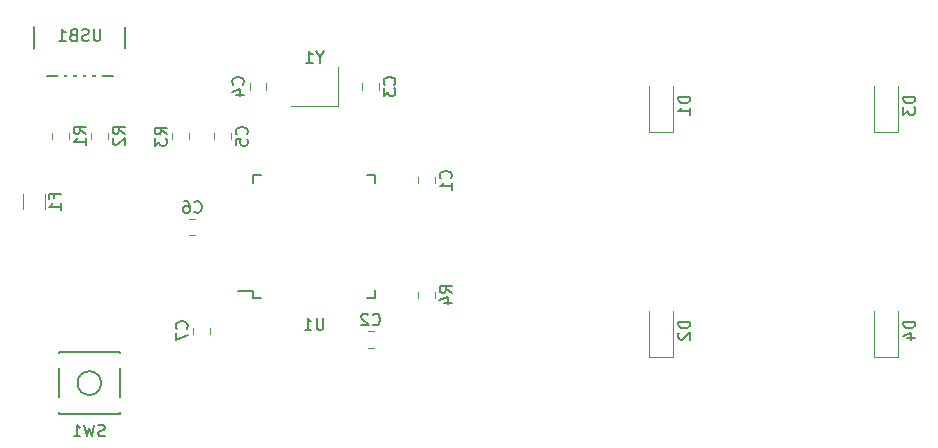
<source format=gbo>
G04 #@! TF.GenerationSoftware,KiCad,Pcbnew,(5.1.6)-1*
G04 #@! TF.CreationDate,2020-06-20T22:30:41-04:00*
G04 #@! TF.ProjectId,first-keep-pcb,66697273-742d-46b6-9565-702d7063622e,rev?*
G04 #@! TF.SameCoordinates,Original*
G04 #@! TF.FileFunction,Legend,Bot*
G04 #@! TF.FilePolarity,Positive*
%FSLAX46Y46*%
G04 Gerber Fmt 4.6, Leading zero omitted, Abs format (unit mm)*
G04 Created by KiCad (PCBNEW (5.1.6)-1) date 2020-06-20 22:30:41*
%MOMM*%
%LPD*%
G01*
G04 APERTURE LIST*
%ADD10C,0.120000*%
%ADD11C,0.150000*%
%ADD12R,1.500000X1.300000*%
%ADD13O,1.800000X2.800000*%
%ADD14R,0.600000X2.350000*%
%ADD15R,0.650000X1.600000*%
%ADD16R,1.600000X0.650000*%
%ADD17R,1.900000X1.200000*%
%ADD18C,1.850000*%
%ADD19C,2.350000*%
%ADD20C,4.087800*%
%ADD21R,1.300000X1.000000*%
G04 APERTURE END LIST*
D10*
G04 #@! TO.C,Y1*
X106775000Y-65818750D02*
X106775000Y-69118750D01*
X106775000Y-69118750D02*
X102775000Y-69118750D01*
D11*
G04 #@! TO.C,USB1*
X81081250Y-66568750D02*
X88781250Y-66568750D01*
X88781250Y-61118750D02*
X88781250Y-66568750D01*
X81081250Y-61118750D02*
X81081250Y-66568750D01*
G04 #@! TO.C,U1*
X99600000Y-85343750D02*
X99600000Y-84768750D01*
X109950000Y-85343750D02*
X109950000Y-84668750D01*
X109950000Y-74993750D02*
X109950000Y-75668750D01*
X99600000Y-74993750D02*
X99600000Y-75668750D01*
X99600000Y-85343750D02*
X100275000Y-85343750D01*
X99600000Y-74993750D02*
X100275000Y-74993750D01*
X109950000Y-74993750D02*
X109275000Y-74993750D01*
X109950000Y-85343750D02*
X109275000Y-85343750D01*
X99600000Y-84768750D02*
X98325000Y-84768750D01*
G04 #@! TO.C,SW1*
X86725000Y-92583000D02*
G75*
G03*
X86725000Y-92583000I-1000000J0D01*
G01*
X88325000Y-95183000D02*
X88325000Y-89983000D01*
X83125000Y-95183000D02*
X88325000Y-95183000D01*
X83125000Y-89983000D02*
X83125000Y-95183000D01*
X88325000Y-89983000D02*
X83125000Y-89983000D01*
D10*
G04 #@! TO.C,R4*
X115010000Y-85348578D02*
X115010000Y-84831422D01*
X113590000Y-85348578D02*
X113590000Y-84831422D01*
G04 #@! TO.C,R3*
X92762000Y-71432922D02*
X92762000Y-71950078D01*
X94182000Y-71432922D02*
X94182000Y-71950078D01*
G04 #@! TO.C,R2*
X87324000Y-71886578D02*
X87324000Y-71369422D01*
X85904000Y-71886578D02*
X85904000Y-71369422D01*
G04 #@! TO.C,R1*
X84022000Y-71886578D02*
X84022000Y-71369422D01*
X82602000Y-71886578D02*
X82602000Y-71369422D01*
G04 #@! TO.C,F1*
X81936000Y-77818064D02*
X81936000Y-76613936D01*
X80116000Y-77818064D02*
X80116000Y-76613936D01*
G04 #@! TO.C,D4*
X154193750Y-90356250D02*
X152193750Y-90356250D01*
X152193750Y-90356250D02*
X152193750Y-86456250D01*
X154193750Y-90356250D02*
X154193750Y-86456250D01*
G04 #@! TO.C,D3*
X154193750Y-71306250D02*
X152193750Y-71306250D01*
X152193750Y-71306250D02*
X152193750Y-67406250D01*
X154193750Y-71306250D02*
X154193750Y-67406250D01*
G04 #@! TO.C,D2*
X135143750Y-90356250D02*
X133143750Y-90356250D01*
X133143750Y-90356250D02*
X133143750Y-86456250D01*
X135143750Y-90356250D02*
X135143750Y-86456250D01*
G04 #@! TO.C,D1*
X135143750Y-71306250D02*
X133143750Y-71306250D01*
X133143750Y-71306250D02*
X133143750Y-67406250D01*
X135143750Y-71306250D02*
X135143750Y-67406250D01*
G04 #@! TO.C,C7*
X94540000Y-87879422D02*
X94540000Y-88396578D01*
X95960000Y-87879422D02*
X95960000Y-88396578D01*
G04 #@! TO.C,C6*
X94714828Y-78665000D02*
X94197672Y-78665000D01*
X94714828Y-80085000D02*
X94197672Y-80085000D01*
G04 #@! TO.C,C5*
X97738000Y-71950078D02*
X97738000Y-71432922D01*
X96318000Y-71950078D02*
X96318000Y-71432922D01*
G04 #@! TO.C,C4*
X99302500Y-67210172D02*
X99302500Y-67727328D01*
X100722500Y-67210172D02*
X100722500Y-67727328D01*
G04 #@! TO.C,C3*
X110247500Y-67727328D02*
X110247500Y-67210172D01*
X108827500Y-67727328D02*
X108827500Y-67210172D01*
G04 #@! TO.C,C2*
X109796078Y-88190000D02*
X109278922Y-88190000D01*
X109796078Y-89610000D02*
X109278922Y-89610000D01*
G04 #@! TO.C,C1*
X115010000Y-75664828D02*
X115010000Y-75147672D01*
X113590000Y-75664828D02*
X113590000Y-75147672D01*
G04 #@! TO.C,Y1*
D11*
X105251190Y-64994940D02*
X105251190Y-65471130D01*
X105584523Y-64471130D02*
X105251190Y-64994940D01*
X104917857Y-64471130D01*
X104060714Y-65471130D02*
X104632142Y-65471130D01*
X104346428Y-65471130D02*
X104346428Y-64471130D01*
X104441666Y-64613988D01*
X104536904Y-64709226D01*
X104632142Y-64756845D01*
G04 #@! TO.C,USB1*
X86669345Y-62603130D02*
X86669345Y-63412654D01*
X86621726Y-63507892D01*
X86574107Y-63555511D01*
X86478869Y-63603130D01*
X86288392Y-63603130D01*
X86193154Y-63555511D01*
X86145535Y-63507892D01*
X86097916Y-63412654D01*
X86097916Y-62603130D01*
X85669345Y-63555511D02*
X85526488Y-63603130D01*
X85288392Y-63603130D01*
X85193154Y-63555511D01*
X85145535Y-63507892D01*
X85097916Y-63412654D01*
X85097916Y-63317416D01*
X85145535Y-63222178D01*
X85193154Y-63174559D01*
X85288392Y-63126940D01*
X85478869Y-63079321D01*
X85574107Y-63031702D01*
X85621726Y-62984083D01*
X85669345Y-62888845D01*
X85669345Y-62793607D01*
X85621726Y-62698369D01*
X85574107Y-62650750D01*
X85478869Y-62603130D01*
X85240773Y-62603130D01*
X85097916Y-62650750D01*
X84336011Y-63079321D02*
X84193154Y-63126940D01*
X84145535Y-63174559D01*
X84097916Y-63269797D01*
X84097916Y-63412654D01*
X84145535Y-63507892D01*
X84193154Y-63555511D01*
X84288392Y-63603130D01*
X84669345Y-63603130D01*
X84669345Y-62603130D01*
X84336011Y-62603130D01*
X84240773Y-62650750D01*
X84193154Y-62698369D01*
X84145535Y-62793607D01*
X84145535Y-62888845D01*
X84193154Y-62984083D01*
X84240773Y-63031702D01*
X84336011Y-63079321D01*
X84669345Y-63079321D01*
X83145535Y-63603130D02*
X83716964Y-63603130D01*
X83431250Y-63603130D02*
X83431250Y-62603130D01*
X83526488Y-62745988D01*
X83621726Y-62841226D01*
X83716964Y-62888845D01*
G04 #@! TO.C,U1*
X105536904Y-87071130D02*
X105536904Y-87880654D01*
X105489285Y-87975892D01*
X105441666Y-88023511D01*
X105346428Y-88071130D01*
X105155952Y-88071130D01*
X105060714Y-88023511D01*
X105013095Y-87975892D01*
X104965476Y-87880654D01*
X104965476Y-87071130D01*
X103965476Y-88071130D02*
X104536904Y-88071130D01*
X104251190Y-88071130D02*
X104251190Y-87071130D01*
X104346428Y-87213988D01*
X104441666Y-87309226D01*
X104536904Y-87356845D01*
G04 #@! TO.C,SW1*
X87058333Y-97051761D02*
X86915476Y-97099380D01*
X86677380Y-97099380D01*
X86582142Y-97051761D01*
X86534523Y-97004142D01*
X86486904Y-96908904D01*
X86486904Y-96813666D01*
X86534523Y-96718428D01*
X86582142Y-96670809D01*
X86677380Y-96623190D01*
X86867857Y-96575571D01*
X86963095Y-96527952D01*
X87010714Y-96480333D01*
X87058333Y-96385095D01*
X87058333Y-96289857D01*
X87010714Y-96194619D01*
X86963095Y-96147000D01*
X86867857Y-96099380D01*
X86629761Y-96099380D01*
X86486904Y-96147000D01*
X86153571Y-96099380D02*
X85915476Y-97099380D01*
X85725000Y-96385095D01*
X85534523Y-97099380D01*
X85296428Y-96099380D01*
X84391666Y-97099380D02*
X84963095Y-97099380D01*
X84677380Y-97099380D02*
X84677380Y-96099380D01*
X84772619Y-96242238D01*
X84867857Y-96337476D01*
X84963095Y-96385095D01*
G04 #@! TO.C,R4*
X116402380Y-84923333D02*
X115926190Y-84590000D01*
X116402380Y-84351904D02*
X115402380Y-84351904D01*
X115402380Y-84732857D01*
X115450000Y-84828095D01*
X115497619Y-84875714D01*
X115592857Y-84923333D01*
X115735714Y-84923333D01*
X115830952Y-84875714D01*
X115878571Y-84828095D01*
X115926190Y-84732857D01*
X115926190Y-84351904D01*
X115735714Y-85780476D02*
X116402380Y-85780476D01*
X115354761Y-85542380D02*
X116069047Y-85304285D01*
X116069047Y-85923333D01*
G04 #@! TO.C,R3*
X92274380Y-71524833D02*
X91798190Y-71191500D01*
X92274380Y-70953404D02*
X91274380Y-70953404D01*
X91274380Y-71334357D01*
X91322000Y-71429595D01*
X91369619Y-71477214D01*
X91464857Y-71524833D01*
X91607714Y-71524833D01*
X91702952Y-71477214D01*
X91750571Y-71429595D01*
X91798190Y-71334357D01*
X91798190Y-70953404D01*
X91274380Y-71858166D02*
X91274380Y-72477214D01*
X91655333Y-72143880D01*
X91655333Y-72286738D01*
X91702952Y-72381976D01*
X91750571Y-72429595D01*
X91845809Y-72477214D01*
X92083904Y-72477214D01*
X92179142Y-72429595D01*
X92226761Y-72381976D01*
X92274380Y-72286738D01*
X92274380Y-72001023D01*
X92226761Y-71905785D01*
X92179142Y-71858166D01*
G04 #@! TO.C,R2*
X88716380Y-71461333D02*
X88240190Y-71128000D01*
X88716380Y-70889904D02*
X87716380Y-70889904D01*
X87716380Y-71270857D01*
X87764000Y-71366095D01*
X87811619Y-71413714D01*
X87906857Y-71461333D01*
X88049714Y-71461333D01*
X88144952Y-71413714D01*
X88192571Y-71366095D01*
X88240190Y-71270857D01*
X88240190Y-70889904D01*
X87811619Y-71842285D02*
X87764000Y-71889904D01*
X87716380Y-71985142D01*
X87716380Y-72223238D01*
X87764000Y-72318476D01*
X87811619Y-72366095D01*
X87906857Y-72413714D01*
X88002095Y-72413714D01*
X88144952Y-72366095D01*
X88716380Y-71794666D01*
X88716380Y-72413714D01*
G04 #@! TO.C,R1*
X85414380Y-71461333D02*
X84938190Y-71128000D01*
X85414380Y-70889904D02*
X84414380Y-70889904D01*
X84414380Y-71270857D01*
X84462000Y-71366095D01*
X84509619Y-71413714D01*
X84604857Y-71461333D01*
X84747714Y-71461333D01*
X84842952Y-71413714D01*
X84890571Y-71366095D01*
X84938190Y-71270857D01*
X84938190Y-70889904D01*
X85414380Y-72413714D02*
X85414380Y-71842285D01*
X85414380Y-72128000D02*
X84414380Y-72128000D01*
X84557238Y-72032761D01*
X84652476Y-71937523D01*
X84700095Y-71842285D01*
G04 #@! TO.C,F1*
X82774571Y-76882666D02*
X82774571Y-76549333D01*
X83298380Y-76549333D02*
X82298380Y-76549333D01*
X82298380Y-77025523D01*
X83298380Y-77930285D02*
X83298380Y-77358857D01*
X83298380Y-77644571D02*
X82298380Y-77644571D01*
X82441238Y-77549333D01*
X82536476Y-77454095D01*
X82584095Y-77358857D01*
G04 #@! TO.C,D4*
X155646130Y-87368154D02*
X154646130Y-87368154D01*
X154646130Y-87606250D01*
X154693750Y-87749107D01*
X154788988Y-87844345D01*
X154884226Y-87891964D01*
X155074702Y-87939583D01*
X155217559Y-87939583D01*
X155408035Y-87891964D01*
X155503273Y-87844345D01*
X155598511Y-87749107D01*
X155646130Y-87606250D01*
X155646130Y-87368154D01*
X154979464Y-88796726D02*
X155646130Y-88796726D01*
X154598511Y-88558630D02*
X155312797Y-88320535D01*
X155312797Y-88939583D01*
G04 #@! TO.C,D3*
X155646130Y-68318154D02*
X154646130Y-68318154D01*
X154646130Y-68556250D01*
X154693750Y-68699107D01*
X154788988Y-68794345D01*
X154884226Y-68841964D01*
X155074702Y-68889583D01*
X155217559Y-68889583D01*
X155408035Y-68841964D01*
X155503273Y-68794345D01*
X155598511Y-68699107D01*
X155646130Y-68556250D01*
X155646130Y-68318154D01*
X154646130Y-69222916D02*
X154646130Y-69841964D01*
X155027083Y-69508630D01*
X155027083Y-69651488D01*
X155074702Y-69746726D01*
X155122321Y-69794345D01*
X155217559Y-69841964D01*
X155455654Y-69841964D01*
X155550892Y-69794345D01*
X155598511Y-69746726D01*
X155646130Y-69651488D01*
X155646130Y-69365773D01*
X155598511Y-69270535D01*
X155550892Y-69222916D01*
G04 #@! TO.C,D2*
X136596130Y-87368154D02*
X135596130Y-87368154D01*
X135596130Y-87606250D01*
X135643750Y-87749107D01*
X135738988Y-87844345D01*
X135834226Y-87891964D01*
X136024702Y-87939583D01*
X136167559Y-87939583D01*
X136358035Y-87891964D01*
X136453273Y-87844345D01*
X136548511Y-87749107D01*
X136596130Y-87606250D01*
X136596130Y-87368154D01*
X135691369Y-88320535D02*
X135643750Y-88368154D01*
X135596130Y-88463392D01*
X135596130Y-88701488D01*
X135643750Y-88796726D01*
X135691369Y-88844345D01*
X135786607Y-88891964D01*
X135881845Y-88891964D01*
X136024702Y-88844345D01*
X136596130Y-88272916D01*
X136596130Y-88891964D01*
G04 #@! TO.C,D1*
X136596130Y-68318154D02*
X135596130Y-68318154D01*
X135596130Y-68556250D01*
X135643750Y-68699107D01*
X135738988Y-68794345D01*
X135834226Y-68841964D01*
X136024702Y-68889583D01*
X136167559Y-68889583D01*
X136358035Y-68841964D01*
X136453273Y-68794345D01*
X136548511Y-68699107D01*
X136596130Y-68556250D01*
X136596130Y-68318154D01*
X136596130Y-69841964D02*
X136596130Y-69270535D01*
X136596130Y-69556250D02*
X135596130Y-69556250D01*
X135738988Y-69461011D01*
X135834226Y-69365773D01*
X135881845Y-69270535D01*
G04 #@! TO.C,C7*
X93957142Y-87971333D02*
X94004761Y-87923714D01*
X94052380Y-87780857D01*
X94052380Y-87685619D01*
X94004761Y-87542761D01*
X93909523Y-87447523D01*
X93814285Y-87399904D01*
X93623809Y-87352285D01*
X93480952Y-87352285D01*
X93290476Y-87399904D01*
X93195238Y-87447523D01*
X93100000Y-87542761D01*
X93052380Y-87685619D01*
X93052380Y-87780857D01*
X93100000Y-87923714D01*
X93147619Y-87971333D01*
X93052380Y-88304666D02*
X93052380Y-88971333D01*
X94052380Y-88542761D01*
G04 #@! TO.C,C6*
X94622916Y-78082142D02*
X94670535Y-78129761D01*
X94813392Y-78177380D01*
X94908630Y-78177380D01*
X95051488Y-78129761D01*
X95146726Y-78034523D01*
X95194345Y-77939285D01*
X95241964Y-77748809D01*
X95241964Y-77605952D01*
X95194345Y-77415476D01*
X95146726Y-77320238D01*
X95051488Y-77225000D01*
X94908630Y-77177380D01*
X94813392Y-77177380D01*
X94670535Y-77225000D01*
X94622916Y-77272619D01*
X93765773Y-77177380D02*
X93956250Y-77177380D01*
X94051488Y-77225000D01*
X94099107Y-77272619D01*
X94194345Y-77415476D01*
X94241964Y-77605952D01*
X94241964Y-77986904D01*
X94194345Y-78082142D01*
X94146726Y-78129761D01*
X94051488Y-78177380D01*
X93861011Y-78177380D01*
X93765773Y-78129761D01*
X93718154Y-78082142D01*
X93670535Y-77986904D01*
X93670535Y-77748809D01*
X93718154Y-77653571D01*
X93765773Y-77605952D01*
X93861011Y-77558333D01*
X94051488Y-77558333D01*
X94146726Y-77605952D01*
X94194345Y-77653571D01*
X94241964Y-77748809D01*
G04 #@! TO.C,C5*
X99035142Y-71524833D02*
X99082761Y-71477214D01*
X99130380Y-71334357D01*
X99130380Y-71239119D01*
X99082761Y-71096261D01*
X98987523Y-71001023D01*
X98892285Y-70953404D01*
X98701809Y-70905785D01*
X98558952Y-70905785D01*
X98368476Y-70953404D01*
X98273238Y-71001023D01*
X98178000Y-71096261D01*
X98130380Y-71239119D01*
X98130380Y-71334357D01*
X98178000Y-71477214D01*
X98225619Y-71524833D01*
X98130380Y-72429595D02*
X98130380Y-71953404D01*
X98606571Y-71905785D01*
X98558952Y-71953404D01*
X98511333Y-72048642D01*
X98511333Y-72286738D01*
X98558952Y-72381976D01*
X98606571Y-72429595D01*
X98701809Y-72477214D01*
X98939904Y-72477214D01*
X99035142Y-72429595D01*
X99082761Y-72381976D01*
X99130380Y-72286738D01*
X99130380Y-72048642D01*
X99082761Y-71953404D01*
X99035142Y-71905785D01*
G04 #@! TO.C,C4*
X98719642Y-67302083D02*
X98767261Y-67254464D01*
X98814880Y-67111607D01*
X98814880Y-67016369D01*
X98767261Y-66873511D01*
X98672023Y-66778273D01*
X98576785Y-66730654D01*
X98386309Y-66683035D01*
X98243452Y-66683035D01*
X98052976Y-66730654D01*
X97957738Y-66778273D01*
X97862500Y-66873511D01*
X97814880Y-67016369D01*
X97814880Y-67111607D01*
X97862500Y-67254464D01*
X97910119Y-67302083D01*
X98148214Y-68159226D02*
X98814880Y-68159226D01*
X97767261Y-67921130D02*
X98481547Y-67683035D01*
X98481547Y-68302083D01*
G04 #@! TO.C,C3*
X111544642Y-67302083D02*
X111592261Y-67254464D01*
X111639880Y-67111607D01*
X111639880Y-67016369D01*
X111592261Y-66873511D01*
X111497023Y-66778273D01*
X111401785Y-66730654D01*
X111211309Y-66683035D01*
X111068452Y-66683035D01*
X110877976Y-66730654D01*
X110782738Y-66778273D01*
X110687500Y-66873511D01*
X110639880Y-67016369D01*
X110639880Y-67111607D01*
X110687500Y-67254464D01*
X110735119Y-67302083D01*
X110639880Y-67635416D02*
X110639880Y-68254464D01*
X111020833Y-67921130D01*
X111020833Y-68063988D01*
X111068452Y-68159226D01*
X111116071Y-68206845D01*
X111211309Y-68254464D01*
X111449404Y-68254464D01*
X111544642Y-68206845D01*
X111592261Y-68159226D01*
X111639880Y-68063988D01*
X111639880Y-67778273D01*
X111592261Y-67683035D01*
X111544642Y-67635416D01*
G04 #@! TO.C,C2*
X109704166Y-87607142D02*
X109751785Y-87654761D01*
X109894642Y-87702380D01*
X109989880Y-87702380D01*
X110132738Y-87654761D01*
X110227976Y-87559523D01*
X110275595Y-87464285D01*
X110323214Y-87273809D01*
X110323214Y-87130952D01*
X110275595Y-86940476D01*
X110227976Y-86845238D01*
X110132738Y-86750000D01*
X109989880Y-86702380D01*
X109894642Y-86702380D01*
X109751785Y-86750000D01*
X109704166Y-86797619D01*
X109323214Y-86797619D02*
X109275595Y-86750000D01*
X109180357Y-86702380D01*
X108942261Y-86702380D01*
X108847023Y-86750000D01*
X108799404Y-86797619D01*
X108751785Y-86892857D01*
X108751785Y-86988095D01*
X108799404Y-87130952D01*
X109370833Y-87702380D01*
X108751785Y-87702380D01*
G04 #@! TO.C,C1*
X116307142Y-75239583D02*
X116354761Y-75191964D01*
X116402380Y-75049107D01*
X116402380Y-74953869D01*
X116354761Y-74811011D01*
X116259523Y-74715773D01*
X116164285Y-74668154D01*
X115973809Y-74620535D01*
X115830952Y-74620535D01*
X115640476Y-74668154D01*
X115545238Y-74715773D01*
X115450000Y-74811011D01*
X115402380Y-74953869D01*
X115402380Y-75049107D01*
X115450000Y-75191964D01*
X115497619Y-75239583D01*
X116402380Y-76191964D02*
X116402380Y-75620535D01*
X116402380Y-75906250D02*
X115402380Y-75906250D01*
X115545238Y-75811011D01*
X115640476Y-75715773D01*
X115688095Y-75620535D01*
G04 #@! TD*
%LPC*%
D12*
G04 #@! TO.C,Y1*
X105875000Y-66618750D03*
X103675000Y-66618750D03*
X103675000Y-68318750D03*
X105875000Y-68318750D03*
G04 #@! TD*
D13*
G04 #@! TO.C,USB1*
X81281250Y-61118750D03*
X88581250Y-61118750D03*
X88581250Y-65618750D03*
X81281250Y-65618750D03*
D14*
X83331250Y-65618750D03*
X84131250Y-65618750D03*
X84931250Y-65618750D03*
X85731250Y-65618750D03*
X86531250Y-65618750D03*
G04 #@! TD*
D15*
G04 #@! TO.C,U1*
X100775000Y-85868750D03*
X101575000Y-85868750D03*
X102375000Y-85868750D03*
X103175000Y-85868750D03*
X103975000Y-85868750D03*
X104775000Y-85868750D03*
X105575000Y-85868750D03*
X106375000Y-85868750D03*
X107175000Y-85868750D03*
X107975000Y-85868750D03*
X108775000Y-85868750D03*
D16*
X110475000Y-84168750D03*
X110475000Y-83368750D03*
X110475000Y-82568750D03*
X110475000Y-81768750D03*
X110475000Y-80968750D03*
X110475000Y-80168750D03*
X110475000Y-79368750D03*
X110475000Y-78568750D03*
X110475000Y-77768750D03*
X110475000Y-76968750D03*
X110475000Y-76168750D03*
D15*
X108775000Y-74468750D03*
X107975000Y-74468750D03*
X107175000Y-74468750D03*
X106375000Y-74468750D03*
X105575000Y-74468750D03*
X104775000Y-74468750D03*
X103975000Y-74468750D03*
X103175000Y-74468750D03*
X102375000Y-74468750D03*
X101575000Y-74468750D03*
X100775000Y-74468750D03*
D16*
X99075000Y-76168750D03*
X99075000Y-76968750D03*
X99075000Y-77768750D03*
X99075000Y-78568750D03*
X99075000Y-79368750D03*
X99075000Y-80168750D03*
X99075000Y-80968750D03*
X99075000Y-81768750D03*
X99075000Y-82568750D03*
X99075000Y-83368750D03*
X99075000Y-84168750D03*
G04 #@! TD*
D17*
G04 #@! TO.C,SW1*
X88825000Y-94433000D03*
X82625000Y-90733000D03*
X88825000Y-90733000D03*
X82625000Y-94433000D03*
G04 #@! TD*
G04 #@! TO.C,R4*
G36*
G01*
X114781250Y-84690000D02*
X113818750Y-84690000D01*
G75*
G02*
X113550000Y-84421250I0J268750D01*
G01*
X113550000Y-83883750D01*
G75*
G02*
X113818750Y-83615000I268750J0D01*
G01*
X114781250Y-83615000D01*
G75*
G02*
X115050000Y-83883750I0J-268750D01*
G01*
X115050000Y-84421250D01*
G75*
G02*
X114781250Y-84690000I-268750J0D01*
G01*
G37*
G36*
G01*
X114781250Y-86565000D02*
X113818750Y-86565000D01*
G75*
G02*
X113550000Y-86296250I0J268750D01*
G01*
X113550000Y-85758750D01*
G75*
G02*
X113818750Y-85490000I268750J0D01*
G01*
X114781250Y-85490000D01*
G75*
G02*
X115050000Y-85758750I0J-268750D01*
G01*
X115050000Y-86296250D01*
G75*
G02*
X114781250Y-86565000I-268750J0D01*
G01*
G37*
G04 #@! TD*
G04 #@! TO.C,R3*
G36*
G01*
X92990750Y-72091500D02*
X93953250Y-72091500D01*
G75*
G02*
X94222000Y-72360250I0J-268750D01*
G01*
X94222000Y-72897750D01*
G75*
G02*
X93953250Y-73166500I-268750J0D01*
G01*
X92990750Y-73166500D01*
G75*
G02*
X92722000Y-72897750I0J268750D01*
G01*
X92722000Y-72360250D01*
G75*
G02*
X92990750Y-72091500I268750J0D01*
G01*
G37*
G36*
G01*
X92990750Y-70216500D02*
X93953250Y-70216500D01*
G75*
G02*
X94222000Y-70485250I0J-268750D01*
G01*
X94222000Y-71022750D01*
G75*
G02*
X93953250Y-71291500I-268750J0D01*
G01*
X92990750Y-71291500D01*
G75*
G02*
X92722000Y-71022750I0J268750D01*
G01*
X92722000Y-70485250D01*
G75*
G02*
X92990750Y-70216500I268750J0D01*
G01*
G37*
G04 #@! TD*
G04 #@! TO.C,R2*
G36*
G01*
X87095250Y-71228000D02*
X86132750Y-71228000D01*
G75*
G02*
X85864000Y-70959250I0J268750D01*
G01*
X85864000Y-70421750D01*
G75*
G02*
X86132750Y-70153000I268750J0D01*
G01*
X87095250Y-70153000D01*
G75*
G02*
X87364000Y-70421750I0J-268750D01*
G01*
X87364000Y-70959250D01*
G75*
G02*
X87095250Y-71228000I-268750J0D01*
G01*
G37*
G36*
G01*
X87095250Y-73103000D02*
X86132750Y-73103000D01*
G75*
G02*
X85864000Y-72834250I0J268750D01*
G01*
X85864000Y-72296750D01*
G75*
G02*
X86132750Y-72028000I268750J0D01*
G01*
X87095250Y-72028000D01*
G75*
G02*
X87364000Y-72296750I0J-268750D01*
G01*
X87364000Y-72834250D01*
G75*
G02*
X87095250Y-73103000I-268750J0D01*
G01*
G37*
G04 #@! TD*
G04 #@! TO.C,R1*
G36*
G01*
X83793250Y-71228000D02*
X82830750Y-71228000D01*
G75*
G02*
X82562000Y-70959250I0J268750D01*
G01*
X82562000Y-70421750D01*
G75*
G02*
X82830750Y-70153000I268750J0D01*
G01*
X83793250Y-70153000D01*
G75*
G02*
X84062000Y-70421750I0J-268750D01*
G01*
X84062000Y-70959250D01*
G75*
G02*
X83793250Y-71228000I-268750J0D01*
G01*
G37*
G36*
G01*
X83793250Y-73103000D02*
X82830750Y-73103000D01*
G75*
G02*
X82562000Y-72834250I0J268750D01*
G01*
X82562000Y-72296750D01*
G75*
G02*
X82830750Y-72028000I268750J0D01*
G01*
X83793250Y-72028000D01*
G75*
G02*
X84062000Y-72296750I0J-268750D01*
G01*
X84062000Y-72834250D01*
G75*
G02*
X83793250Y-73103000I-268750J0D01*
G01*
G37*
G04 #@! TD*
D18*
G04 #@! TO.C,MX4*
X150336250Y-88106250D03*
X140176250Y-88106250D03*
D19*
X142756250Y-84106250D03*
D20*
X145256250Y-88106250D03*
G36*
G01*
X140661541Y-86440810D02*
X140661541Y-86440811D01*
G75*
G02*
X140571689Y-84781541I784709J874561D01*
G01*
X141881691Y-83321541D01*
G75*
G02*
X143540961Y-83231689I874561J-784709D01*
G01*
X143540961Y-83231689D01*
G75*
G02*
X143630813Y-84890959I-784709J-874561D01*
G01*
X142320811Y-86350959D01*
G75*
G02*
X140661541Y-86440811I-874561J784709D01*
G01*
G37*
D19*
X147796250Y-83026250D03*
G36*
G01*
X147675407Y-84778466D02*
X147675407Y-84778466D01*
G75*
G02*
X146584034Y-83525407I80843J1172216D01*
G01*
X146624034Y-82945407D01*
G75*
G02*
X147877093Y-81854034I1172216J-80843D01*
G01*
X147877093Y-81854034D01*
G75*
G02*
X148968466Y-83107093I-80843J-1172216D01*
G01*
X148928466Y-83687093D01*
G75*
G02*
X147675407Y-84778466I-1172216J80843D01*
G01*
G37*
G04 #@! TD*
D18*
G04 #@! TO.C,MX3*
X150336250Y-69056250D03*
X140176250Y-69056250D03*
D19*
X142756250Y-65056250D03*
D20*
X145256250Y-69056250D03*
G36*
G01*
X140661541Y-67390810D02*
X140661541Y-67390811D01*
G75*
G02*
X140571689Y-65731541I784709J874561D01*
G01*
X141881691Y-64271541D01*
G75*
G02*
X143540961Y-64181689I874561J-784709D01*
G01*
X143540961Y-64181689D01*
G75*
G02*
X143630813Y-65840959I-784709J-874561D01*
G01*
X142320811Y-67300959D01*
G75*
G02*
X140661541Y-67390811I-874561J784709D01*
G01*
G37*
D19*
X147796250Y-63976250D03*
G36*
G01*
X147675407Y-65728466D02*
X147675407Y-65728466D01*
G75*
G02*
X146584034Y-64475407I80843J1172216D01*
G01*
X146624034Y-63895407D01*
G75*
G02*
X147877093Y-62804034I1172216J-80843D01*
G01*
X147877093Y-62804034D01*
G75*
G02*
X148968466Y-64057093I-80843J-1172216D01*
G01*
X148928466Y-64637093D01*
G75*
G02*
X147675407Y-65728466I-1172216J80843D01*
G01*
G37*
G04 #@! TD*
D18*
G04 #@! TO.C,MX2*
X131286250Y-88106250D03*
X121126250Y-88106250D03*
D19*
X123706250Y-84106250D03*
D20*
X126206250Y-88106250D03*
G36*
G01*
X121611541Y-86440810D02*
X121611541Y-86440811D01*
G75*
G02*
X121521689Y-84781541I784709J874561D01*
G01*
X122831691Y-83321541D01*
G75*
G02*
X124490961Y-83231689I874561J-784709D01*
G01*
X124490961Y-83231689D01*
G75*
G02*
X124580813Y-84890959I-784709J-874561D01*
G01*
X123270811Y-86350959D01*
G75*
G02*
X121611541Y-86440811I-874561J784709D01*
G01*
G37*
D19*
X128746250Y-83026250D03*
G36*
G01*
X128625407Y-84778466D02*
X128625407Y-84778466D01*
G75*
G02*
X127534034Y-83525407I80843J1172216D01*
G01*
X127574034Y-82945407D01*
G75*
G02*
X128827093Y-81854034I1172216J-80843D01*
G01*
X128827093Y-81854034D01*
G75*
G02*
X129918466Y-83107093I-80843J-1172216D01*
G01*
X129878466Y-83687093D01*
G75*
G02*
X128625407Y-84778466I-1172216J80843D01*
G01*
G37*
G04 #@! TD*
D18*
G04 #@! TO.C,MX1*
X131286250Y-69056250D03*
X121126250Y-69056250D03*
D19*
X123706250Y-65056250D03*
D20*
X126206250Y-69056250D03*
G36*
G01*
X121611541Y-67390810D02*
X121611541Y-67390811D01*
G75*
G02*
X121521689Y-65731541I784709J874561D01*
G01*
X122831691Y-64271541D01*
G75*
G02*
X124490961Y-64181689I874561J-784709D01*
G01*
X124490961Y-64181689D01*
G75*
G02*
X124580813Y-65840959I-784709J-874561D01*
G01*
X123270811Y-67300959D01*
G75*
G02*
X121611541Y-67390811I-874561J784709D01*
G01*
G37*
D19*
X128746250Y-63976250D03*
G36*
G01*
X128625407Y-65728466D02*
X128625407Y-65728466D01*
G75*
G02*
X127534034Y-64475407I80843J1172216D01*
G01*
X127574034Y-63895407D01*
G75*
G02*
X128827093Y-62804034I1172216J-80843D01*
G01*
X128827093Y-62804034D01*
G75*
G02*
X129918466Y-64057093I-80843J-1172216D01*
G01*
X129878466Y-64637093D01*
G75*
G02*
X128625407Y-65728466I-1172216J80843D01*
G01*
G37*
G04 #@! TD*
G04 #@! TO.C,F1*
G36*
G01*
X81681000Y-76491000D02*
X80371000Y-76491000D01*
G75*
G02*
X80101000Y-76221000I0J270000D01*
G01*
X80101000Y-75411000D01*
G75*
G02*
X80371000Y-75141000I270000J0D01*
G01*
X81681000Y-75141000D01*
G75*
G02*
X81951000Y-75411000I0J-270000D01*
G01*
X81951000Y-76221000D01*
G75*
G02*
X81681000Y-76491000I-270000J0D01*
G01*
G37*
G36*
G01*
X81681000Y-79291000D02*
X80371000Y-79291000D01*
G75*
G02*
X80101000Y-79021000I0J270000D01*
G01*
X80101000Y-78211000D01*
G75*
G02*
X80371000Y-77941000I270000J0D01*
G01*
X81681000Y-77941000D01*
G75*
G02*
X81951000Y-78211000I0J-270000D01*
G01*
X81951000Y-79021000D01*
G75*
G02*
X81681000Y-79291000I-270000J0D01*
G01*
G37*
G04 #@! TD*
D21*
G04 #@! TO.C,D4*
X153193750Y-86456250D03*
X153193750Y-89756250D03*
G04 #@! TD*
G04 #@! TO.C,D3*
X153193750Y-67406250D03*
X153193750Y-70706250D03*
G04 #@! TD*
G04 #@! TO.C,D2*
X134143750Y-86456250D03*
X134143750Y-89756250D03*
G04 #@! TD*
G04 #@! TO.C,D1*
X134143750Y-67406250D03*
X134143750Y-70706250D03*
G04 #@! TD*
G04 #@! TO.C,C7*
G36*
G01*
X94768750Y-88538000D02*
X95731250Y-88538000D01*
G75*
G02*
X96000000Y-88806750I0J-268750D01*
G01*
X96000000Y-89344250D01*
G75*
G02*
X95731250Y-89613000I-268750J0D01*
G01*
X94768750Y-89613000D01*
G75*
G02*
X94500000Y-89344250I0J268750D01*
G01*
X94500000Y-88806750D01*
G75*
G02*
X94768750Y-88538000I268750J0D01*
G01*
G37*
G36*
G01*
X94768750Y-86663000D02*
X95731250Y-86663000D01*
G75*
G02*
X96000000Y-86931750I0J-268750D01*
G01*
X96000000Y-87469250D01*
G75*
G02*
X95731250Y-87738000I-268750J0D01*
G01*
X94768750Y-87738000D01*
G75*
G02*
X94500000Y-87469250I0J268750D01*
G01*
X94500000Y-86931750D01*
G75*
G02*
X94768750Y-86663000I268750J0D01*
G01*
G37*
G04 #@! TD*
G04 #@! TO.C,C6*
G36*
G01*
X94056250Y-78893750D02*
X94056250Y-79856250D01*
G75*
G02*
X93787500Y-80125000I-268750J0D01*
G01*
X93250000Y-80125000D01*
G75*
G02*
X92981250Y-79856250I0J268750D01*
G01*
X92981250Y-78893750D01*
G75*
G02*
X93250000Y-78625000I268750J0D01*
G01*
X93787500Y-78625000D01*
G75*
G02*
X94056250Y-78893750I0J-268750D01*
G01*
G37*
G36*
G01*
X95931250Y-78893750D02*
X95931250Y-79856250D01*
G75*
G02*
X95662500Y-80125000I-268750J0D01*
G01*
X95125000Y-80125000D01*
G75*
G02*
X94856250Y-79856250I0J268750D01*
G01*
X94856250Y-78893750D01*
G75*
G02*
X95125000Y-78625000I268750J0D01*
G01*
X95662500Y-78625000D01*
G75*
G02*
X95931250Y-78893750I0J-268750D01*
G01*
G37*
G04 #@! TD*
G04 #@! TO.C,C5*
G36*
G01*
X97509250Y-71291500D02*
X96546750Y-71291500D01*
G75*
G02*
X96278000Y-71022750I0J268750D01*
G01*
X96278000Y-70485250D01*
G75*
G02*
X96546750Y-70216500I268750J0D01*
G01*
X97509250Y-70216500D01*
G75*
G02*
X97778000Y-70485250I0J-268750D01*
G01*
X97778000Y-71022750D01*
G75*
G02*
X97509250Y-71291500I-268750J0D01*
G01*
G37*
G36*
G01*
X97509250Y-73166500D02*
X96546750Y-73166500D01*
G75*
G02*
X96278000Y-72897750I0J268750D01*
G01*
X96278000Y-72360250D01*
G75*
G02*
X96546750Y-72091500I268750J0D01*
G01*
X97509250Y-72091500D01*
G75*
G02*
X97778000Y-72360250I0J-268750D01*
G01*
X97778000Y-72897750D01*
G75*
G02*
X97509250Y-73166500I-268750J0D01*
G01*
G37*
G04 #@! TD*
G04 #@! TO.C,C4*
G36*
G01*
X99531250Y-67868750D02*
X100493750Y-67868750D01*
G75*
G02*
X100762500Y-68137500I0J-268750D01*
G01*
X100762500Y-68675000D01*
G75*
G02*
X100493750Y-68943750I-268750J0D01*
G01*
X99531250Y-68943750D01*
G75*
G02*
X99262500Y-68675000I0J268750D01*
G01*
X99262500Y-68137500D01*
G75*
G02*
X99531250Y-67868750I268750J0D01*
G01*
G37*
G36*
G01*
X99531250Y-65993750D02*
X100493750Y-65993750D01*
G75*
G02*
X100762500Y-66262500I0J-268750D01*
G01*
X100762500Y-66800000D01*
G75*
G02*
X100493750Y-67068750I-268750J0D01*
G01*
X99531250Y-67068750D01*
G75*
G02*
X99262500Y-66800000I0J268750D01*
G01*
X99262500Y-66262500D01*
G75*
G02*
X99531250Y-65993750I268750J0D01*
G01*
G37*
G04 #@! TD*
G04 #@! TO.C,C3*
G36*
G01*
X110018750Y-67068750D02*
X109056250Y-67068750D01*
G75*
G02*
X108787500Y-66800000I0J268750D01*
G01*
X108787500Y-66262500D01*
G75*
G02*
X109056250Y-65993750I268750J0D01*
G01*
X110018750Y-65993750D01*
G75*
G02*
X110287500Y-66262500I0J-268750D01*
G01*
X110287500Y-66800000D01*
G75*
G02*
X110018750Y-67068750I-268750J0D01*
G01*
G37*
G36*
G01*
X110018750Y-68943750D02*
X109056250Y-68943750D01*
G75*
G02*
X108787500Y-68675000I0J268750D01*
G01*
X108787500Y-68137500D01*
G75*
G02*
X109056250Y-67868750I268750J0D01*
G01*
X110018750Y-67868750D01*
G75*
G02*
X110287500Y-68137500I0J-268750D01*
G01*
X110287500Y-68675000D01*
G75*
G02*
X110018750Y-68943750I-268750J0D01*
G01*
G37*
G04 #@! TD*
G04 #@! TO.C,C2*
G36*
G01*
X109137500Y-88418750D02*
X109137500Y-89381250D01*
G75*
G02*
X108868750Y-89650000I-268750J0D01*
G01*
X108331250Y-89650000D01*
G75*
G02*
X108062500Y-89381250I0J268750D01*
G01*
X108062500Y-88418750D01*
G75*
G02*
X108331250Y-88150000I268750J0D01*
G01*
X108868750Y-88150000D01*
G75*
G02*
X109137500Y-88418750I0J-268750D01*
G01*
G37*
G36*
G01*
X111012500Y-88418750D02*
X111012500Y-89381250D01*
G75*
G02*
X110743750Y-89650000I-268750J0D01*
G01*
X110206250Y-89650000D01*
G75*
G02*
X109937500Y-89381250I0J268750D01*
G01*
X109937500Y-88418750D01*
G75*
G02*
X110206250Y-88150000I268750J0D01*
G01*
X110743750Y-88150000D01*
G75*
G02*
X111012500Y-88418750I0J-268750D01*
G01*
G37*
G04 #@! TD*
G04 #@! TO.C,C1*
G36*
G01*
X114781250Y-75006250D02*
X113818750Y-75006250D01*
G75*
G02*
X113550000Y-74737500I0J268750D01*
G01*
X113550000Y-74200000D01*
G75*
G02*
X113818750Y-73931250I268750J0D01*
G01*
X114781250Y-73931250D01*
G75*
G02*
X115050000Y-74200000I0J-268750D01*
G01*
X115050000Y-74737500D01*
G75*
G02*
X114781250Y-75006250I-268750J0D01*
G01*
G37*
G36*
G01*
X114781250Y-76881250D02*
X113818750Y-76881250D01*
G75*
G02*
X113550000Y-76612500I0J268750D01*
G01*
X113550000Y-76075000D01*
G75*
G02*
X113818750Y-75806250I268750J0D01*
G01*
X114781250Y-75806250D01*
G75*
G02*
X115050000Y-76075000I0J-268750D01*
G01*
X115050000Y-76612500D01*
G75*
G02*
X114781250Y-76881250I-268750J0D01*
G01*
G37*
G04 #@! TD*
M02*

</source>
